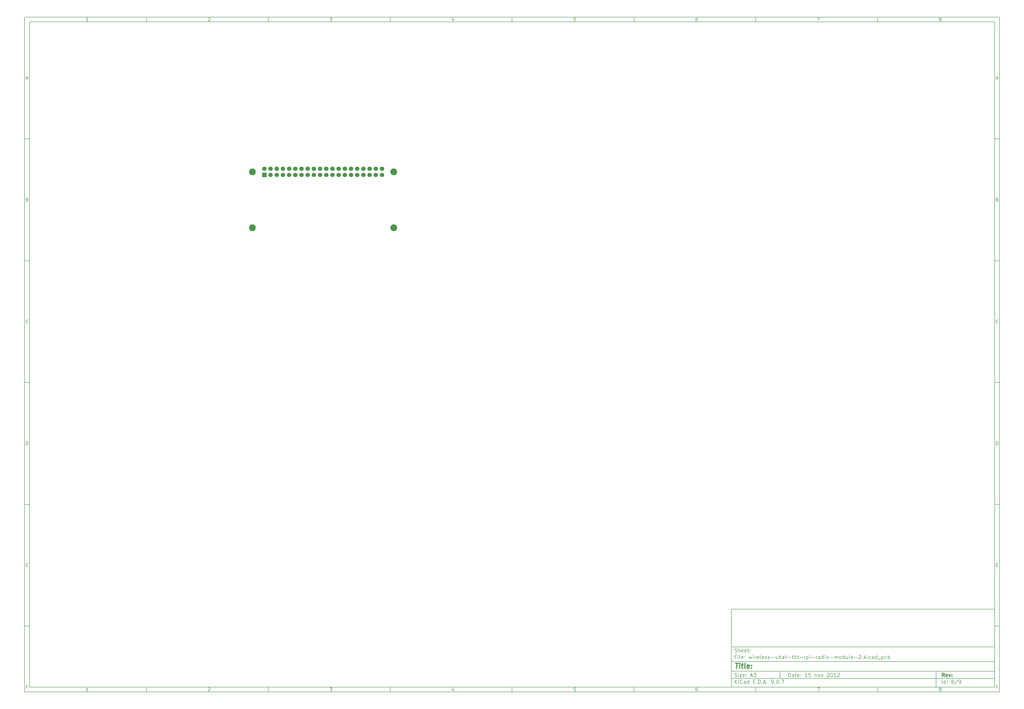
<source format=gbs>
G04 #@! TF.GenerationSoftware,KiCad,Pcbnew,9.0.7*
G04 #@! TF.CreationDate,2026-02-19T11:55:31-06:00*
G04 #@! TF.ProjectId,wireless-uhat-tht-rpi-radio-module-2,77697265-6c65-4737-932d-756861742d74,rev?*
G04 #@! TF.SameCoordinates,Original*
G04 #@! TF.FileFunction,Soldermask,Bot*
G04 #@! TF.FilePolarity,Negative*
%FSLAX46Y46*%
G04 Gerber Fmt 4.6, Leading zero omitted, Abs format (unit mm)*
G04 Created by KiCad (PCBNEW 9.0.7) date 2026-02-19 11:55:31*
%MOMM*%
%LPD*%
G01*
G04 APERTURE LIST*
G04 Aperture macros list*
%AMRoundRect*
0 Rectangle with rounded corners*
0 $1 Rounding radius*
0 $2 $3 $4 $5 $6 $7 $8 $9 X,Y pos of 4 corners*
0 Add a 4 corners polygon primitive as box body*
4,1,4,$2,$3,$4,$5,$6,$7,$8,$9,$2,$3,0*
0 Add four circle primitives for the rounded corners*
1,1,$1+$1,$2,$3*
1,1,$1+$1,$4,$5*
1,1,$1+$1,$6,$7*
1,1,$1+$1,$8,$9*
0 Add four rect primitives between the rounded corners*
20,1,$1+$1,$2,$3,$4,$5,0*
20,1,$1+$1,$4,$5,$6,$7,0*
20,1,$1+$1,$6,$7,$8,$9,0*
20,1,$1+$1,$8,$9,$2,$3,0*%
G04 Aperture macros list end*
%ADD10C,0.100000*%
%ADD11C,0.150000*%
%ADD12C,0.300000*%
%ADD13C,0.400000*%
%ADD14C,2.801600*%
%ADD15RoundRect,0.050800X-0.850000X0.850000X-0.850000X-0.850000X0.850000X-0.850000X0.850000X0.850000X0*%
%ADD16C,1.801600*%
G04 APERTURE END LIST*
D10*
D11*
X299989000Y-253002200D02*
X407989000Y-253002200D01*
X407989000Y-285002200D01*
X299989000Y-285002200D01*
X299989000Y-253002200D01*
D10*
D11*
X10000000Y-10000000D02*
X409989000Y-10000000D01*
X409989000Y-287002200D01*
X10000000Y-287002200D01*
X10000000Y-10000000D01*
D10*
D11*
X12000000Y-12000000D02*
X407989000Y-12000000D01*
X407989000Y-285002200D01*
X12000000Y-285002200D01*
X12000000Y-12000000D01*
D10*
D11*
X60000000Y-12000000D02*
X60000000Y-10000000D01*
D10*
D11*
X110000000Y-12000000D02*
X110000000Y-10000000D01*
D10*
D11*
X160000000Y-12000000D02*
X160000000Y-10000000D01*
D10*
D11*
X210000000Y-12000000D02*
X210000000Y-10000000D01*
D10*
D11*
X260000000Y-12000000D02*
X260000000Y-10000000D01*
D10*
D11*
X310000000Y-12000000D02*
X310000000Y-10000000D01*
D10*
D11*
X360000000Y-12000000D02*
X360000000Y-10000000D01*
D10*
D11*
X36089160Y-11593604D02*
X35346303Y-11593604D01*
X35717731Y-11593604D02*
X35717731Y-10293604D01*
X35717731Y-10293604D02*
X35593922Y-10479319D01*
X35593922Y-10479319D02*
X35470112Y-10603128D01*
X35470112Y-10603128D02*
X35346303Y-10665033D01*
D10*
D11*
X85346303Y-10417414D02*
X85408207Y-10355509D01*
X85408207Y-10355509D02*
X85532017Y-10293604D01*
X85532017Y-10293604D02*
X85841541Y-10293604D01*
X85841541Y-10293604D02*
X85965350Y-10355509D01*
X85965350Y-10355509D02*
X86027255Y-10417414D01*
X86027255Y-10417414D02*
X86089160Y-10541223D01*
X86089160Y-10541223D02*
X86089160Y-10665033D01*
X86089160Y-10665033D02*
X86027255Y-10850747D01*
X86027255Y-10850747D02*
X85284398Y-11593604D01*
X85284398Y-11593604D02*
X86089160Y-11593604D01*
D10*
D11*
X135284398Y-10293604D02*
X136089160Y-10293604D01*
X136089160Y-10293604D02*
X135655826Y-10788842D01*
X135655826Y-10788842D02*
X135841541Y-10788842D01*
X135841541Y-10788842D02*
X135965350Y-10850747D01*
X135965350Y-10850747D02*
X136027255Y-10912652D01*
X136027255Y-10912652D02*
X136089160Y-11036461D01*
X136089160Y-11036461D02*
X136089160Y-11345985D01*
X136089160Y-11345985D02*
X136027255Y-11469795D01*
X136027255Y-11469795D02*
X135965350Y-11531700D01*
X135965350Y-11531700D02*
X135841541Y-11593604D01*
X135841541Y-11593604D02*
X135470112Y-11593604D01*
X135470112Y-11593604D02*
X135346303Y-11531700D01*
X135346303Y-11531700D02*
X135284398Y-11469795D01*
D10*
D11*
X185965350Y-10726938D02*
X185965350Y-11593604D01*
X185655826Y-10231700D02*
X185346303Y-11160271D01*
X185346303Y-11160271D02*
X186151064Y-11160271D01*
D10*
D11*
X236027255Y-10293604D02*
X235408207Y-10293604D01*
X235408207Y-10293604D02*
X235346303Y-10912652D01*
X235346303Y-10912652D02*
X235408207Y-10850747D01*
X235408207Y-10850747D02*
X235532017Y-10788842D01*
X235532017Y-10788842D02*
X235841541Y-10788842D01*
X235841541Y-10788842D02*
X235965350Y-10850747D01*
X235965350Y-10850747D02*
X236027255Y-10912652D01*
X236027255Y-10912652D02*
X236089160Y-11036461D01*
X236089160Y-11036461D02*
X236089160Y-11345985D01*
X236089160Y-11345985D02*
X236027255Y-11469795D01*
X236027255Y-11469795D02*
X235965350Y-11531700D01*
X235965350Y-11531700D02*
X235841541Y-11593604D01*
X235841541Y-11593604D02*
X235532017Y-11593604D01*
X235532017Y-11593604D02*
X235408207Y-11531700D01*
X235408207Y-11531700D02*
X235346303Y-11469795D01*
D10*
D11*
X285965350Y-10293604D02*
X285717731Y-10293604D01*
X285717731Y-10293604D02*
X285593922Y-10355509D01*
X285593922Y-10355509D02*
X285532017Y-10417414D01*
X285532017Y-10417414D02*
X285408207Y-10603128D01*
X285408207Y-10603128D02*
X285346303Y-10850747D01*
X285346303Y-10850747D02*
X285346303Y-11345985D01*
X285346303Y-11345985D02*
X285408207Y-11469795D01*
X285408207Y-11469795D02*
X285470112Y-11531700D01*
X285470112Y-11531700D02*
X285593922Y-11593604D01*
X285593922Y-11593604D02*
X285841541Y-11593604D01*
X285841541Y-11593604D02*
X285965350Y-11531700D01*
X285965350Y-11531700D02*
X286027255Y-11469795D01*
X286027255Y-11469795D02*
X286089160Y-11345985D01*
X286089160Y-11345985D02*
X286089160Y-11036461D01*
X286089160Y-11036461D02*
X286027255Y-10912652D01*
X286027255Y-10912652D02*
X285965350Y-10850747D01*
X285965350Y-10850747D02*
X285841541Y-10788842D01*
X285841541Y-10788842D02*
X285593922Y-10788842D01*
X285593922Y-10788842D02*
X285470112Y-10850747D01*
X285470112Y-10850747D02*
X285408207Y-10912652D01*
X285408207Y-10912652D02*
X285346303Y-11036461D01*
D10*
D11*
X335284398Y-10293604D02*
X336151064Y-10293604D01*
X336151064Y-10293604D02*
X335593922Y-11593604D01*
D10*
D11*
X385593922Y-10850747D02*
X385470112Y-10788842D01*
X385470112Y-10788842D02*
X385408207Y-10726938D01*
X385408207Y-10726938D02*
X385346303Y-10603128D01*
X385346303Y-10603128D02*
X385346303Y-10541223D01*
X385346303Y-10541223D02*
X385408207Y-10417414D01*
X385408207Y-10417414D02*
X385470112Y-10355509D01*
X385470112Y-10355509D02*
X385593922Y-10293604D01*
X385593922Y-10293604D02*
X385841541Y-10293604D01*
X385841541Y-10293604D02*
X385965350Y-10355509D01*
X385965350Y-10355509D02*
X386027255Y-10417414D01*
X386027255Y-10417414D02*
X386089160Y-10541223D01*
X386089160Y-10541223D02*
X386089160Y-10603128D01*
X386089160Y-10603128D02*
X386027255Y-10726938D01*
X386027255Y-10726938D02*
X385965350Y-10788842D01*
X385965350Y-10788842D02*
X385841541Y-10850747D01*
X385841541Y-10850747D02*
X385593922Y-10850747D01*
X385593922Y-10850747D02*
X385470112Y-10912652D01*
X385470112Y-10912652D02*
X385408207Y-10974557D01*
X385408207Y-10974557D02*
X385346303Y-11098366D01*
X385346303Y-11098366D02*
X385346303Y-11345985D01*
X385346303Y-11345985D02*
X385408207Y-11469795D01*
X385408207Y-11469795D02*
X385470112Y-11531700D01*
X385470112Y-11531700D02*
X385593922Y-11593604D01*
X385593922Y-11593604D02*
X385841541Y-11593604D01*
X385841541Y-11593604D02*
X385965350Y-11531700D01*
X385965350Y-11531700D02*
X386027255Y-11469795D01*
X386027255Y-11469795D02*
X386089160Y-11345985D01*
X386089160Y-11345985D02*
X386089160Y-11098366D01*
X386089160Y-11098366D02*
X386027255Y-10974557D01*
X386027255Y-10974557D02*
X385965350Y-10912652D01*
X385965350Y-10912652D02*
X385841541Y-10850747D01*
D10*
D11*
X60000000Y-285002200D02*
X60000000Y-287002200D01*
D10*
D11*
X110000000Y-285002200D02*
X110000000Y-287002200D01*
D10*
D11*
X160000000Y-285002200D02*
X160000000Y-287002200D01*
D10*
D11*
X210000000Y-285002200D02*
X210000000Y-287002200D01*
D10*
D11*
X260000000Y-285002200D02*
X260000000Y-287002200D01*
D10*
D11*
X310000000Y-285002200D02*
X310000000Y-287002200D01*
D10*
D11*
X360000000Y-285002200D02*
X360000000Y-287002200D01*
D10*
D11*
X36089160Y-286595804D02*
X35346303Y-286595804D01*
X35717731Y-286595804D02*
X35717731Y-285295804D01*
X35717731Y-285295804D02*
X35593922Y-285481519D01*
X35593922Y-285481519D02*
X35470112Y-285605328D01*
X35470112Y-285605328D02*
X35346303Y-285667233D01*
D10*
D11*
X85346303Y-285419614D02*
X85408207Y-285357709D01*
X85408207Y-285357709D02*
X85532017Y-285295804D01*
X85532017Y-285295804D02*
X85841541Y-285295804D01*
X85841541Y-285295804D02*
X85965350Y-285357709D01*
X85965350Y-285357709D02*
X86027255Y-285419614D01*
X86027255Y-285419614D02*
X86089160Y-285543423D01*
X86089160Y-285543423D02*
X86089160Y-285667233D01*
X86089160Y-285667233D02*
X86027255Y-285852947D01*
X86027255Y-285852947D02*
X85284398Y-286595804D01*
X85284398Y-286595804D02*
X86089160Y-286595804D01*
D10*
D11*
X135284398Y-285295804D02*
X136089160Y-285295804D01*
X136089160Y-285295804D02*
X135655826Y-285791042D01*
X135655826Y-285791042D02*
X135841541Y-285791042D01*
X135841541Y-285791042D02*
X135965350Y-285852947D01*
X135965350Y-285852947D02*
X136027255Y-285914852D01*
X136027255Y-285914852D02*
X136089160Y-286038661D01*
X136089160Y-286038661D02*
X136089160Y-286348185D01*
X136089160Y-286348185D02*
X136027255Y-286471995D01*
X136027255Y-286471995D02*
X135965350Y-286533900D01*
X135965350Y-286533900D02*
X135841541Y-286595804D01*
X135841541Y-286595804D02*
X135470112Y-286595804D01*
X135470112Y-286595804D02*
X135346303Y-286533900D01*
X135346303Y-286533900D02*
X135284398Y-286471995D01*
D10*
D11*
X185965350Y-285729138D02*
X185965350Y-286595804D01*
X185655826Y-285233900D02*
X185346303Y-286162471D01*
X185346303Y-286162471D02*
X186151064Y-286162471D01*
D10*
D11*
X236027255Y-285295804D02*
X235408207Y-285295804D01*
X235408207Y-285295804D02*
X235346303Y-285914852D01*
X235346303Y-285914852D02*
X235408207Y-285852947D01*
X235408207Y-285852947D02*
X235532017Y-285791042D01*
X235532017Y-285791042D02*
X235841541Y-285791042D01*
X235841541Y-285791042D02*
X235965350Y-285852947D01*
X235965350Y-285852947D02*
X236027255Y-285914852D01*
X236027255Y-285914852D02*
X236089160Y-286038661D01*
X236089160Y-286038661D02*
X236089160Y-286348185D01*
X236089160Y-286348185D02*
X236027255Y-286471995D01*
X236027255Y-286471995D02*
X235965350Y-286533900D01*
X235965350Y-286533900D02*
X235841541Y-286595804D01*
X235841541Y-286595804D02*
X235532017Y-286595804D01*
X235532017Y-286595804D02*
X235408207Y-286533900D01*
X235408207Y-286533900D02*
X235346303Y-286471995D01*
D10*
D11*
X285965350Y-285295804D02*
X285717731Y-285295804D01*
X285717731Y-285295804D02*
X285593922Y-285357709D01*
X285593922Y-285357709D02*
X285532017Y-285419614D01*
X285532017Y-285419614D02*
X285408207Y-285605328D01*
X285408207Y-285605328D02*
X285346303Y-285852947D01*
X285346303Y-285852947D02*
X285346303Y-286348185D01*
X285346303Y-286348185D02*
X285408207Y-286471995D01*
X285408207Y-286471995D02*
X285470112Y-286533900D01*
X285470112Y-286533900D02*
X285593922Y-286595804D01*
X285593922Y-286595804D02*
X285841541Y-286595804D01*
X285841541Y-286595804D02*
X285965350Y-286533900D01*
X285965350Y-286533900D02*
X286027255Y-286471995D01*
X286027255Y-286471995D02*
X286089160Y-286348185D01*
X286089160Y-286348185D02*
X286089160Y-286038661D01*
X286089160Y-286038661D02*
X286027255Y-285914852D01*
X286027255Y-285914852D02*
X285965350Y-285852947D01*
X285965350Y-285852947D02*
X285841541Y-285791042D01*
X285841541Y-285791042D02*
X285593922Y-285791042D01*
X285593922Y-285791042D02*
X285470112Y-285852947D01*
X285470112Y-285852947D02*
X285408207Y-285914852D01*
X285408207Y-285914852D02*
X285346303Y-286038661D01*
D10*
D11*
X335284398Y-285295804D02*
X336151064Y-285295804D01*
X336151064Y-285295804D02*
X335593922Y-286595804D01*
D10*
D11*
X385593922Y-285852947D02*
X385470112Y-285791042D01*
X385470112Y-285791042D02*
X385408207Y-285729138D01*
X385408207Y-285729138D02*
X385346303Y-285605328D01*
X385346303Y-285605328D02*
X385346303Y-285543423D01*
X385346303Y-285543423D02*
X385408207Y-285419614D01*
X385408207Y-285419614D02*
X385470112Y-285357709D01*
X385470112Y-285357709D02*
X385593922Y-285295804D01*
X385593922Y-285295804D02*
X385841541Y-285295804D01*
X385841541Y-285295804D02*
X385965350Y-285357709D01*
X385965350Y-285357709D02*
X386027255Y-285419614D01*
X386027255Y-285419614D02*
X386089160Y-285543423D01*
X386089160Y-285543423D02*
X386089160Y-285605328D01*
X386089160Y-285605328D02*
X386027255Y-285729138D01*
X386027255Y-285729138D02*
X385965350Y-285791042D01*
X385965350Y-285791042D02*
X385841541Y-285852947D01*
X385841541Y-285852947D02*
X385593922Y-285852947D01*
X385593922Y-285852947D02*
X385470112Y-285914852D01*
X385470112Y-285914852D02*
X385408207Y-285976757D01*
X385408207Y-285976757D02*
X385346303Y-286100566D01*
X385346303Y-286100566D02*
X385346303Y-286348185D01*
X385346303Y-286348185D02*
X385408207Y-286471995D01*
X385408207Y-286471995D02*
X385470112Y-286533900D01*
X385470112Y-286533900D02*
X385593922Y-286595804D01*
X385593922Y-286595804D02*
X385841541Y-286595804D01*
X385841541Y-286595804D02*
X385965350Y-286533900D01*
X385965350Y-286533900D02*
X386027255Y-286471995D01*
X386027255Y-286471995D02*
X386089160Y-286348185D01*
X386089160Y-286348185D02*
X386089160Y-286100566D01*
X386089160Y-286100566D02*
X386027255Y-285976757D01*
X386027255Y-285976757D02*
X385965350Y-285914852D01*
X385965350Y-285914852D02*
X385841541Y-285852947D01*
D10*
D11*
X10000000Y-60000000D02*
X12000000Y-60000000D01*
D10*
D11*
X10000000Y-110000000D02*
X12000000Y-110000000D01*
D10*
D11*
X10000000Y-160000000D02*
X12000000Y-160000000D01*
D10*
D11*
X10000000Y-210000000D02*
X12000000Y-210000000D01*
D10*
D11*
X10000000Y-260000000D02*
X12000000Y-260000000D01*
D10*
D11*
X10690476Y-35222176D02*
X11309523Y-35222176D01*
X10566666Y-35593604D02*
X10999999Y-34293604D01*
X10999999Y-34293604D02*
X11433333Y-35593604D01*
D10*
D11*
X11092857Y-84912652D02*
X11278571Y-84974557D01*
X11278571Y-84974557D02*
X11340476Y-85036461D01*
X11340476Y-85036461D02*
X11402380Y-85160271D01*
X11402380Y-85160271D02*
X11402380Y-85345985D01*
X11402380Y-85345985D02*
X11340476Y-85469795D01*
X11340476Y-85469795D02*
X11278571Y-85531700D01*
X11278571Y-85531700D02*
X11154761Y-85593604D01*
X11154761Y-85593604D02*
X10659523Y-85593604D01*
X10659523Y-85593604D02*
X10659523Y-84293604D01*
X10659523Y-84293604D02*
X11092857Y-84293604D01*
X11092857Y-84293604D02*
X11216666Y-84355509D01*
X11216666Y-84355509D02*
X11278571Y-84417414D01*
X11278571Y-84417414D02*
X11340476Y-84541223D01*
X11340476Y-84541223D02*
X11340476Y-84665033D01*
X11340476Y-84665033D02*
X11278571Y-84788842D01*
X11278571Y-84788842D02*
X11216666Y-84850747D01*
X11216666Y-84850747D02*
X11092857Y-84912652D01*
X11092857Y-84912652D02*
X10659523Y-84912652D01*
D10*
D11*
X11402380Y-135469795D02*
X11340476Y-135531700D01*
X11340476Y-135531700D02*
X11154761Y-135593604D01*
X11154761Y-135593604D02*
X11030952Y-135593604D01*
X11030952Y-135593604D02*
X10845238Y-135531700D01*
X10845238Y-135531700D02*
X10721428Y-135407890D01*
X10721428Y-135407890D02*
X10659523Y-135284080D01*
X10659523Y-135284080D02*
X10597619Y-135036461D01*
X10597619Y-135036461D02*
X10597619Y-134850747D01*
X10597619Y-134850747D02*
X10659523Y-134603128D01*
X10659523Y-134603128D02*
X10721428Y-134479319D01*
X10721428Y-134479319D02*
X10845238Y-134355509D01*
X10845238Y-134355509D02*
X11030952Y-134293604D01*
X11030952Y-134293604D02*
X11154761Y-134293604D01*
X11154761Y-134293604D02*
X11340476Y-134355509D01*
X11340476Y-134355509D02*
X11402380Y-134417414D01*
D10*
D11*
X10659523Y-185593604D02*
X10659523Y-184293604D01*
X10659523Y-184293604D02*
X10969047Y-184293604D01*
X10969047Y-184293604D02*
X11154761Y-184355509D01*
X11154761Y-184355509D02*
X11278571Y-184479319D01*
X11278571Y-184479319D02*
X11340476Y-184603128D01*
X11340476Y-184603128D02*
X11402380Y-184850747D01*
X11402380Y-184850747D02*
X11402380Y-185036461D01*
X11402380Y-185036461D02*
X11340476Y-185284080D01*
X11340476Y-185284080D02*
X11278571Y-185407890D01*
X11278571Y-185407890D02*
X11154761Y-185531700D01*
X11154761Y-185531700D02*
X10969047Y-185593604D01*
X10969047Y-185593604D02*
X10659523Y-185593604D01*
D10*
D11*
X10721428Y-234912652D02*
X11154762Y-234912652D01*
X11340476Y-235593604D02*
X10721428Y-235593604D01*
X10721428Y-235593604D02*
X10721428Y-234293604D01*
X10721428Y-234293604D02*
X11340476Y-234293604D01*
D10*
D11*
X11185714Y-284912652D02*
X10752380Y-284912652D01*
X10752380Y-285593604D02*
X10752380Y-284293604D01*
X10752380Y-284293604D02*
X11371428Y-284293604D01*
D10*
D11*
X409989000Y-60000000D02*
X407989000Y-60000000D01*
D10*
D11*
X409989000Y-110000000D02*
X407989000Y-110000000D01*
D10*
D11*
X409989000Y-160000000D02*
X407989000Y-160000000D01*
D10*
D11*
X409989000Y-210000000D02*
X407989000Y-210000000D01*
D10*
D11*
X409989000Y-260000000D02*
X407989000Y-260000000D01*
D10*
D11*
X408679476Y-35222176D02*
X409298523Y-35222176D01*
X408555666Y-35593604D02*
X408988999Y-34293604D01*
X408988999Y-34293604D02*
X409422333Y-35593604D01*
D10*
D11*
X409081857Y-84912652D02*
X409267571Y-84974557D01*
X409267571Y-84974557D02*
X409329476Y-85036461D01*
X409329476Y-85036461D02*
X409391380Y-85160271D01*
X409391380Y-85160271D02*
X409391380Y-85345985D01*
X409391380Y-85345985D02*
X409329476Y-85469795D01*
X409329476Y-85469795D02*
X409267571Y-85531700D01*
X409267571Y-85531700D02*
X409143761Y-85593604D01*
X409143761Y-85593604D02*
X408648523Y-85593604D01*
X408648523Y-85593604D02*
X408648523Y-84293604D01*
X408648523Y-84293604D02*
X409081857Y-84293604D01*
X409081857Y-84293604D02*
X409205666Y-84355509D01*
X409205666Y-84355509D02*
X409267571Y-84417414D01*
X409267571Y-84417414D02*
X409329476Y-84541223D01*
X409329476Y-84541223D02*
X409329476Y-84665033D01*
X409329476Y-84665033D02*
X409267571Y-84788842D01*
X409267571Y-84788842D02*
X409205666Y-84850747D01*
X409205666Y-84850747D02*
X409081857Y-84912652D01*
X409081857Y-84912652D02*
X408648523Y-84912652D01*
D10*
D11*
X409391380Y-135469795D02*
X409329476Y-135531700D01*
X409329476Y-135531700D02*
X409143761Y-135593604D01*
X409143761Y-135593604D02*
X409019952Y-135593604D01*
X409019952Y-135593604D02*
X408834238Y-135531700D01*
X408834238Y-135531700D02*
X408710428Y-135407890D01*
X408710428Y-135407890D02*
X408648523Y-135284080D01*
X408648523Y-135284080D02*
X408586619Y-135036461D01*
X408586619Y-135036461D02*
X408586619Y-134850747D01*
X408586619Y-134850747D02*
X408648523Y-134603128D01*
X408648523Y-134603128D02*
X408710428Y-134479319D01*
X408710428Y-134479319D02*
X408834238Y-134355509D01*
X408834238Y-134355509D02*
X409019952Y-134293604D01*
X409019952Y-134293604D02*
X409143761Y-134293604D01*
X409143761Y-134293604D02*
X409329476Y-134355509D01*
X409329476Y-134355509D02*
X409391380Y-134417414D01*
D10*
D11*
X408648523Y-185593604D02*
X408648523Y-184293604D01*
X408648523Y-184293604D02*
X408958047Y-184293604D01*
X408958047Y-184293604D02*
X409143761Y-184355509D01*
X409143761Y-184355509D02*
X409267571Y-184479319D01*
X409267571Y-184479319D02*
X409329476Y-184603128D01*
X409329476Y-184603128D02*
X409391380Y-184850747D01*
X409391380Y-184850747D02*
X409391380Y-185036461D01*
X409391380Y-185036461D02*
X409329476Y-185284080D01*
X409329476Y-185284080D02*
X409267571Y-185407890D01*
X409267571Y-185407890D02*
X409143761Y-185531700D01*
X409143761Y-185531700D02*
X408958047Y-185593604D01*
X408958047Y-185593604D02*
X408648523Y-185593604D01*
D10*
D11*
X408710428Y-234912652D02*
X409143762Y-234912652D01*
X409329476Y-235593604D02*
X408710428Y-235593604D01*
X408710428Y-235593604D02*
X408710428Y-234293604D01*
X408710428Y-234293604D02*
X409329476Y-234293604D01*
D10*
D11*
X409174714Y-284912652D02*
X408741380Y-284912652D01*
X408741380Y-285593604D02*
X408741380Y-284293604D01*
X408741380Y-284293604D02*
X409360428Y-284293604D01*
D10*
D11*
X323444826Y-280788328D02*
X323444826Y-279288328D01*
X323444826Y-279288328D02*
X323801969Y-279288328D01*
X323801969Y-279288328D02*
X324016255Y-279359757D01*
X324016255Y-279359757D02*
X324159112Y-279502614D01*
X324159112Y-279502614D02*
X324230541Y-279645471D01*
X324230541Y-279645471D02*
X324301969Y-279931185D01*
X324301969Y-279931185D02*
X324301969Y-280145471D01*
X324301969Y-280145471D02*
X324230541Y-280431185D01*
X324230541Y-280431185D02*
X324159112Y-280574042D01*
X324159112Y-280574042D02*
X324016255Y-280716900D01*
X324016255Y-280716900D02*
X323801969Y-280788328D01*
X323801969Y-280788328D02*
X323444826Y-280788328D01*
X325587684Y-280788328D02*
X325587684Y-280002614D01*
X325587684Y-280002614D02*
X325516255Y-279859757D01*
X325516255Y-279859757D02*
X325373398Y-279788328D01*
X325373398Y-279788328D02*
X325087684Y-279788328D01*
X325087684Y-279788328D02*
X324944826Y-279859757D01*
X325587684Y-280716900D02*
X325444826Y-280788328D01*
X325444826Y-280788328D02*
X325087684Y-280788328D01*
X325087684Y-280788328D02*
X324944826Y-280716900D01*
X324944826Y-280716900D02*
X324873398Y-280574042D01*
X324873398Y-280574042D02*
X324873398Y-280431185D01*
X324873398Y-280431185D02*
X324944826Y-280288328D01*
X324944826Y-280288328D02*
X325087684Y-280216900D01*
X325087684Y-280216900D02*
X325444826Y-280216900D01*
X325444826Y-280216900D02*
X325587684Y-280145471D01*
X326087684Y-279788328D02*
X326659112Y-279788328D01*
X326301969Y-279288328D02*
X326301969Y-280574042D01*
X326301969Y-280574042D02*
X326373398Y-280716900D01*
X326373398Y-280716900D02*
X326516255Y-280788328D01*
X326516255Y-280788328D02*
X326659112Y-280788328D01*
X327730541Y-280716900D02*
X327587684Y-280788328D01*
X327587684Y-280788328D02*
X327301970Y-280788328D01*
X327301970Y-280788328D02*
X327159112Y-280716900D01*
X327159112Y-280716900D02*
X327087684Y-280574042D01*
X327087684Y-280574042D02*
X327087684Y-280002614D01*
X327087684Y-280002614D02*
X327159112Y-279859757D01*
X327159112Y-279859757D02*
X327301970Y-279788328D01*
X327301970Y-279788328D02*
X327587684Y-279788328D01*
X327587684Y-279788328D02*
X327730541Y-279859757D01*
X327730541Y-279859757D02*
X327801970Y-280002614D01*
X327801970Y-280002614D02*
X327801970Y-280145471D01*
X327801970Y-280145471D02*
X327087684Y-280288328D01*
X328444826Y-280645471D02*
X328516255Y-280716900D01*
X328516255Y-280716900D02*
X328444826Y-280788328D01*
X328444826Y-280788328D02*
X328373398Y-280716900D01*
X328373398Y-280716900D02*
X328444826Y-280645471D01*
X328444826Y-280645471D02*
X328444826Y-280788328D01*
X328444826Y-279859757D02*
X328516255Y-279931185D01*
X328516255Y-279931185D02*
X328444826Y-280002614D01*
X328444826Y-280002614D02*
X328373398Y-279931185D01*
X328373398Y-279931185D02*
X328444826Y-279859757D01*
X328444826Y-279859757D02*
X328444826Y-280002614D01*
X331087684Y-280788328D02*
X330230541Y-280788328D01*
X330659112Y-280788328D02*
X330659112Y-279288328D01*
X330659112Y-279288328D02*
X330516255Y-279502614D01*
X330516255Y-279502614D02*
X330373398Y-279645471D01*
X330373398Y-279645471D02*
X330230541Y-279716900D01*
X332444826Y-279288328D02*
X331730540Y-279288328D01*
X331730540Y-279288328D02*
X331659112Y-280002614D01*
X331659112Y-280002614D02*
X331730540Y-279931185D01*
X331730540Y-279931185D02*
X331873398Y-279859757D01*
X331873398Y-279859757D02*
X332230540Y-279859757D01*
X332230540Y-279859757D02*
X332373398Y-279931185D01*
X332373398Y-279931185D02*
X332444826Y-280002614D01*
X332444826Y-280002614D02*
X332516255Y-280145471D01*
X332516255Y-280145471D02*
X332516255Y-280502614D01*
X332516255Y-280502614D02*
X332444826Y-280645471D01*
X332444826Y-280645471D02*
X332373398Y-280716900D01*
X332373398Y-280716900D02*
X332230540Y-280788328D01*
X332230540Y-280788328D02*
X331873398Y-280788328D01*
X331873398Y-280788328D02*
X331730540Y-280716900D01*
X331730540Y-280716900D02*
X331659112Y-280645471D01*
X334301968Y-279788328D02*
X334301968Y-280788328D01*
X334301968Y-279931185D02*
X334373397Y-279859757D01*
X334373397Y-279859757D02*
X334516254Y-279788328D01*
X334516254Y-279788328D02*
X334730540Y-279788328D01*
X334730540Y-279788328D02*
X334873397Y-279859757D01*
X334873397Y-279859757D02*
X334944826Y-280002614D01*
X334944826Y-280002614D02*
X334944826Y-280788328D01*
X335873397Y-280788328D02*
X335730540Y-280716900D01*
X335730540Y-280716900D02*
X335659111Y-280645471D01*
X335659111Y-280645471D02*
X335587683Y-280502614D01*
X335587683Y-280502614D02*
X335587683Y-280074042D01*
X335587683Y-280074042D02*
X335659111Y-279931185D01*
X335659111Y-279931185D02*
X335730540Y-279859757D01*
X335730540Y-279859757D02*
X335873397Y-279788328D01*
X335873397Y-279788328D02*
X336087683Y-279788328D01*
X336087683Y-279788328D02*
X336230540Y-279859757D01*
X336230540Y-279859757D02*
X336301969Y-279931185D01*
X336301969Y-279931185D02*
X336373397Y-280074042D01*
X336373397Y-280074042D02*
X336373397Y-280502614D01*
X336373397Y-280502614D02*
X336301969Y-280645471D01*
X336301969Y-280645471D02*
X336230540Y-280716900D01*
X336230540Y-280716900D02*
X336087683Y-280788328D01*
X336087683Y-280788328D02*
X335873397Y-280788328D01*
X336873397Y-279788328D02*
X337230540Y-280788328D01*
X337230540Y-280788328D02*
X337587683Y-279788328D01*
X339230540Y-279431185D02*
X339301968Y-279359757D01*
X339301968Y-279359757D02*
X339444826Y-279288328D01*
X339444826Y-279288328D02*
X339801968Y-279288328D01*
X339801968Y-279288328D02*
X339944826Y-279359757D01*
X339944826Y-279359757D02*
X340016254Y-279431185D01*
X340016254Y-279431185D02*
X340087683Y-279574042D01*
X340087683Y-279574042D02*
X340087683Y-279716900D01*
X340087683Y-279716900D02*
X340016254Y-279931185D01*
X340016254Y-279931185D02*
X339159111Y-280788328D01*
X339159111Y-280788328D02*
X340087683Y-280788328D01*
X341016254Y-279288328D02*
X341159111Y-279288328D01*
X341159111Y-279288328D02*
X341301968Y-279359757D01*
X341301968Y-279359757D02*
X341373397Y-279431185D01*
X341373397Y-279431185D02*
X341444825Y-279574042D01*
X341444825Y-279574042D02*
X341516254Y-279859757D01*
X341516254Y-279859757D02*
X341516254Y-280216900D01*
X341516254Y-280216900D02*
X341444825Y-280502614D01*
X341444825Y-280502614D02*
X341373397Y-280645471D01*
X341373397Y-280645471D02*
X341301968Y-280716900D01*
X341301968Y-280716900D02*
X341159111Y-280788328D01*
X341159111Y-280788328D02*
X341016254Y-280788328D01*
X341016254Y-280788328D02*
X340873397Y-280716900D01*
X340873397Y-280716900D02*
X340801968Y-280645471D01*
X340801968Y-280645471D02*
X340730539Y-280502614D01*
X340730539Y-280502614D02*
X340659111Y-280216900D01*
X340659111Y-280216900D02*
X340659111Y-279859757D01*
X340659111Y-279859757D02*
X340730539Y-279574042D01*
X340730539Y-279574042D02*
X340801968Y-279431185D01*
X340801968Y-279431185D02*
X340873397Y-279359757D01*
X340873397Y-279359757D02*
X341016254Y-279288328D01*
X342944825Y-280788328D02*
X342087682Y-280788328D01*
X342516253Y-280788328D02*
X342516253Y-279288328D01*
X342516253Y-279288328D02*
X342373396Y-279502614D01*
X342373396Y-279502614D02*
X342230539Y-279645471D01*
X342230539Y-279645471D02*
X342087682Y-279716900D01*
X343516253Y-279431185D02*
X343587681Y-279359757D01*
X343587681Y-279359757D02*
X343730539Y-279288328D01*
X343730539Y-279288328D02*
X344087681Y-279288328D01*
X344087681Y-279288328D02*
X344230539Y-279359757D01*
X344230539Y-279359757D02*
X344301967Y-279431185D01*
X344301967Y-279431185D02*
X344373396Y-279574042D01*
X344373396Y-279574042D02*
X344373396Y-279716900D01*
X344373396Y-279716900D02*
X344301967Y-279931185D01*
X344301967Y-279931185D02*
X343444824Y-280788328D01*
X343444824Y-280788328D02*
X344373396Y-280788328D01*
D10*
D11*
X299989000Y-281502200D02*
X407989000Y-281502200D01*
D10*
D11*
X301444826Y-283588328D02*
X301444826Y-282088328D01*
X302301969Y-283588328D02*
X301659112Y-282731185D01*
X302301969Y-282088328D02*
X301444826Y-282945471D01*
X302944826Y-283588328D02*
X302944826Y-282588328D01*
X302944826Y-282088328D02*
X302873398Y-282159757D01*
X302873398Y-282159757D02*
X302944826Y-282231185D01*
X302944826Y-282231185D02*
X303016255Y-282159757D01*
X303016255Y-282159757D02*
X302944826Y-282088328D01*
X302944826Y-282088328D02*
X302944826Y-282231185D01*
X304516255Y-283445471D02*
X304444827Y-283516900D01*
X304444827Y-283516900D02*
X304230541Y-283588328D01*
X304230541Y-283588328D02*
X304087684Y-283588328D01*
X304087684Y-283588328D02*
X303873398Y-283516900D01*
X303873398Y-283516900D02*
X303730541Y-283374042D01*
X303730541Y-283374042D02*
X303659112Y-283231185D01*
X303659112Y-283231185D02*
X303587684Y-282945471D01*
X303587684Y-282945471D02*
X303587684Y-282731185D01*
X303587684Y-282731185D02*
X303659112Y-282445471D01*
X303659112Y-282445471D02*
X303730541Y-282302614D01*
X303730541Y-282302614D02*
X303873398Y-282159757D01*
X303873398Y-282159757D02*
X304087684Y-282088328D01*
X304087684Y-282088328D02*
X304230541Y-282088328D01*
X304230541Y-282088328D02*
X304444827Y-282159757D01*
X304444827Y-282159757D02*
X304516255Y-282231185D01*
X305801970Y-283588328D02*
X305801970Y-282802614D01*
X305801970Y-282802614D02*
X305730541Y-282659757D01*
X305730541Y-282659757D02*
X305587684Y-282588328D01*
X305587684Y-282588328D02*
X305301970Y-282588328D01*
X305301970Y-282588328D02*
X305159112Y-282659757D01*
X305801970Y-283516900D02*
X305659112Y-283588328D01*
X305659112Y-283588328D02*
X305301970Y-283588328D01*
X305301970Y-283588328D02*
X305159112Y-283516900D01*
X305159112Y-283516900D02*
X305087684Y-283374042D01*
X305087684Y-283374042D02*
X305087684Y-283231185D01*
X305087684Y-283231185D02*
X305159112Y-283088328D01*
X305159112Y-283088328D02*
X305301970Y-283016900D01*
X305301970Y-283016900D02*
X305659112Y-283016900D01*
X305659112Y-283016900D02*
X305801970Y-282945471D01*
X307159113Y-283588328D02*
X307159113Y-282088328D01*
X307159113Y-283516900D02*
X307016255Y-283588328D01*
X307016255Y-283588328D02*
X306730541Y-283588328D01*
X306730541Y-283588328D02*
X306587684Y-283516900D01*
X306587684Y-283516900D02*
X306516255Y-283445471D01*
X306516255Y-283445471D02*
X306444827Y-283302614D01*
X306444827Y-283302614D02*
X306444827Y-282874042D01*
X306444827Y-282874042D02*
X306516255Y-282731185D01*
X306516255Y-282731185D02*
X306587684Y-282659757D01*
X306587684Y-282659757D02*
X306730541Y-282588328D01*
X306730541Y-282588328D02*
X307016255Y-282588328D01*
X307016255Y-282588328D02*
X307159113Y-282659757D01*
X309016255Y-282802614D02*
X309516255Y-282802614D01*
X309730541Y-283588328D02*
X309016255Y-283588328D01*
X309016255Y-283588328D02*
X309016255Y-282088328D01*
X309016255Y-282088328D02*
X309730541Y-282088328D01*
X310373398Y-283445471D02*
X310444827Y-283516900D01*
X310444827Y-283516900D02*
X310373398Y-283588328D01*
X310373398Y-283588328D02*
X310301970Y-283516900D01*
X310301970Y-283516900D02*
X310373398Y-283445471D01*
X310373398Y-283445471D02*
X310373398Y-283588328D01*
X311087684Y-283588328D02*
X311087684Y-282088328D01*
X311087684Y-282088328D02*
X311444827Y-282088328D01*
X311444827Y-282088328D02*
X311659113Y-282159757D01*
X311659113Y-282159757D02*
X311801970Y-282302614D01*
X311801970Y-282302614D02*
X311873399Y-282445471D01*
X311873399Y-282445471D02*
X311944827Y-282731185D01*
X311944827Y-282731185D02*
X311944827Y-282945471D01*
X311944827Y-282945471D02*
X311873399Y-283231185D01*
X311873399Y-283231185D02*
X311801970Y-283374042D01*
X311801970Y-283374042D02*
X311659113Y-283516900D01*
X311659113Y-283516900D02*
X311444827Y-283588328D01*
X311444827Y-283588328D02*
X311087684Y-283588328D01*
X312587684Y-283445471D02*
X312659113Y-283516900D01*
X312659113Y-283516900D02*
X312587684Y-283588328D01*
X312587684Y-283588328D02*
X312516256Y-283516900D01*
X312516256Y-283516900D02*
X312587684Y-283445471D01*
X312587684Y-283445471D02*
X312587684Y-283588328D01*
X313230542Y-283159757D02*
X313944828Y-283159757D01*
X313087685Y-283588328D02*
X313587685Y-282088328D01*
X313587685Y-282088328D02*
X314087685Y-283588328D01*
X314587684Y-283445471D02*
X314659113Y-283516900D01*
X314659113Y-283516900D02*
X314587684Y-283588328D01*
X314587684Y-283588328D02*
X314516256Y-283516900D01*
X314516256Y-283516900D02*
X314587684Y-283445471D01*
X314587684Y-283445471D02*
X314587684Y-283588328D01*
X316516256Y-283588328D02*
X316801970Y-283588328D01*
X316801970Y-283588328D02*
X316944827Y-283516900D01*
X316944827Y-283516900D02*
X317016256Y-283445471D01*
X317016256Y-283445471D02*
X317159113Y-283231185D01*
X317159113Y-283231185D02*
X317230542Y-282945471D01*
X317230542Y-282945471D02*
X317230542Y-282374042D01*
X317230542Y-282374042D02*
X317159113Y-282231185D01*
X317159113Y-282231185D02*
X317087685Y-282159757D01*
X317087685Y-282159757D02*
X316944827Y-282088328D01*
X316944827Y-282088328D02*
X316659113Y-282088328D01*
X316659113Y-282088328D02*
X316516256Y-282159757D01*
X316516256Y-282159757D02*
X316444827Y-282231185D01*
X316444827Y-282231185D02*
X316373399Y-282374042D01*
X316373399Y-282374042D02*
X316373399Y-282731185D01*
X316373399Y-282731185D02*
X316444827Y-282874042D01*
X316444827Y-282874042D02*
X316516256Y-282945471D01*
X316516256Y-282945471D02*
X316659113Y-283016900D01*
X316659113Y-283016900D02*
X316944827Y-283016900D01*
X316944827Y-283016900D02*
X317087685Y-282945471D01*
X317087685Y-282945471D02*
X317159113Y-282874042D01*
X317159113Y-282874042D02*
X317230542Y-282731185D01*
X317873398Y-283445471D02*
X317944827Y-283516900D01*
X317944827Y-283516900D02*
X317873398Y-283588328D01*
X317873398Y-283588328D02*
X317801970Y-283516900D01*
X317801970Y-283516900D02*
X317873398Y-283445471D01*
X317873398Y-283445471D02*
X317873398Y-283588328D01*
X318873399Y-282088328D02*
X319016256Y-282088328D01*
X319016256Y-282088328D02*
X319159113Y-282159757D01*
X319159113Y-282159757D02*
X319230542Y-282231185D01*
X319230542Y-282231185D02*
X319301970Y-282374042D01*
X319301970Y-282374042D02*
X319373399Y-282659757D01*
X319373399Y-282659757D02*
X319373399Y-283016900D01*
X319373399Y-283016900D02*
X319301970Y-283302614D01*
X319301970Y-283302614D02*
X319230542Y-283445471D01*
X319230542Y-283445471D02*
X319159113Y-283516900D01*
X319159113Y-283516900D02*
X319016256Y-283588328D01*
X319016256Y-283588328D02*
X318873399Y-283588328D01*
X318873399Y-283588328D02*
X318730542Y-283516900D01*
X318730542Y-283516900D02*
X318659113Y-283445471D01*
X318659113Y-283445471D02*
X318587684Y-283302614D01*
X318587684Y-283302614D02*
X318516256Y-283016900D01*
X318516256Y-283016900D02*
X318516256Y-282659757D01*
X318516256Y-282659757D02*
X318587684Y-282374042D01*
X318587684Y-282374042D02*
X318659113Y-282231185D01*
X318659113Y-282231185D02*
X318730542Y-282159757D01*
X318730542Y-282159757D02*
X318873399Y-282088328D01*
X320016255Y-283445471D02*
X320087684Y-283516900D01*
X320087684Y-283516900D02*
X320016255Y-283588328D01*
X320016255Y-283588328D02*
X319944827Y-283516900D01*
X319944827Y-283516900D02*
X320016255Y-283445471D01*
X320016255Y-283445471D02*
X320016255Y-283588328D01*
X320587684Y-282088328D02*
X321587684Y-282088328D01*
X321587684Y-282088328D02*
X320944827Y-283588328D01*
D10*
D11*
X299989000Y-278502200D02*
X407989000Y-278502200D01*
D10*
D12*
X387400653Y-280780528D02*
X386900653Y-280066242D01*
X386543510Y-280780528D02*
X386543510Y-279280528D01*
X386543510Y-279280528D02*
X387114939Y-279280528D01*
X387114939Y-279280528D02*
X387257796Y-279351957D01*
X387257796Y-279351957D02*
X387329225Y-279423385D01*
X387329225Y-279423385D02*
X387400653Y-279566242D01*
X387400653Y-279566242D02*
X387400653Y-279780528D01*
X387400653Y-279780528D02*
X387329225Y-279923385D01*
X387329225Y-279923385D02*
X387257796Y-279994814D01*
X387257796Y-279994814D02*
X387114939Y-280066242D01*
X387114939Y-280066242D02*
X386543510Y-280066242D01*
X388614939Y-280709100D02*
X388472082Y-280780528D01*
X388472082Y-280780528D02*
X388186368Y-280780528D01*
X388186368Y-280780528D02*
X388043510Y-280709100D01*
X388043510Y-280709100D02*
X387972082Y-280566242D01*
X387972082Y-280566242D02*
X387972082Y-279994814D01*
X387972082Y-279994814D02*
X388043510Y-279851957D01*
X388043510Y-279851957D02*
X388186368Y-279780528D01*
X388186368Y-279780528D02*
X388472082Y-279780528D01*
X388472082Y-279780528D02*
X388614939Y-279851957D01*
X388614939Y-279851957D02*
X388686368Y-279994814D01*
X388686368Y-279994814D02*
X388686368Y-280137671D01*
X388686368Y-280137671D02*
X387972082Y-280280528D01*
X389186367Y-279780528D02*
X389543510Y-280780528D01*
X389543510Y-280780528D02*
X389900653Y-279780528D01*
X390472081Y-280637671D02*
X390543510Y-280709100D01*
X390543510Y-280709100D02*
X390472081Y-280780528D01*
X390472081Y-280780528D02*
X390400653Y-280709100D01*
X390400653Y-280709100D02*
X390472081Y-280637671D01*
X390472081Y-280637671D02*
X390472081Y-280780528D01*
X390472081Y-279851957D02*
X390543510Y-279923385D01*
X390543510Y-279923385D02*
X390472081Y-279994814D01*
X390472081Y-279994814D02*
X390400653Y-279923385D01*
X390400653Y-279923385D02*
X390472081Y-279851957D01*
X390472081Y-279851957D02*
X390472081Y-279994814D01*
D10*
D11*
X301373398Y-280716900D02*
X301587684Y-280788328D01*
X301587684Y-280788328D02*
X301944826Y-280788328D01*
X301944826Y-280788328D02*
X302087684Y-280716900D01*
X302087684Y-280716900D02*
X302159112Y-280645471D01*
X302159112Y-280645471D02*
X302230541Y-280502614D01*
X302230541Y-280502614D02*
X302230541Y-280359757D01*
X302230541Y-280359757D02*
X302159112Y-280216900D01*
X302159112Y-280216900D02*
X302087684Y-280145471D01*
X302087684Y-280145471D02*
X301944826Y-280074042D01*
X301944826Y-280074042D02*
X301659112Y-280002614D01*
X301659112Y-280002614D02*
X301516255Y-279931185D01*
X301516255Y-279931185D02*
X301444826Y-279859757D01*
X301444826Y-279859757D02*
X301373398Y-279716900D01*
X301373398Y-279716900D02*
X301373398Y-279574042D01*
X301373398Y-279574042D02*
X301444826Y-279431185D01*
X301444826Y-279431185D02*
X301516255Y-279359757D01*
X301516255Y-279359757D02*
X301659112Y-279288328D01*
X301659112Y-279288328D02*
X302016255Y-279288328D01*
X302016255Y-279288328D02*
X302230541Y-279359757D01*
X302873397Y-280788328D02*
X302873397Y-279788328D01*
X302873397Y-279288328D02*
X302801969Y-279359757D01*
X302801969Y-279359757D02*
X302873397Y-279431185D01*
X302873397Y-279431185D02*
X302944826Y-279359757D01*
X302944826Y-279359757D02*
X302873397Y-279288328D01*
X302873397Y-279288328D02*
X302873397Y-279431185D01*
X303444826Y-279788328D02*
X304230541Y-279788328D01*
X304230541Y-279788328D02*
X303444826Y-280788328D01*
X303444826Y-280788328D02*
X304230541Y-280788328D01*
X305373398Y-280716900D02*
X305230541Y-280788328D01*
X305230541Y-280788328D02*
X304944827Y-280788328D01*
X304944827Y-280788328D02*
X304801969Y-280716900D01*
X304801969Y-280716900D02*
X304730541Y-280574042D01*
X304730541Y-280574042D02*
X304730541Y-280002614D01*
X304730541Y-280002614D02*
X304801969Y-279859757D01*
X304801969Y-279859757D02*
X304944827Y-279788328D01*
X304944827Y-279788328D02*
X305230541Y-279788328D01*
X305230541Y-279788328D02*
X305373398Y-279859757D01*
X305373398Y-279859757D02*
X305444827Y-280002614D01*
X305444827Y-280002614D02*
X305444827Y-280145471D01*
X305444827Y-280145471D02*
X304730541Y-280288328D01*
X306087683Y-280645471D02*
X306159112Y-280716900D01*
X306159112Y-280716900D02*
X306087683Y-280788328D01*
X306087683Y-280788328D02*
X306016255Y-280716900D01*
X306016255Y-280716900D02*
X306087683Y-280645471D01*
X306087683Y-280645471D02*
X306087683Y-280788328D01*
X306087683Y-279859757D02*
X306159112Y-279931185D01*
X306159112Y-279931185D02*
X306087683Y-280002614D01*
X306087683Y-280002614D02*
X306016255Y-279931185D01*
X306016255Y-279931185D02*
X306087683Y-279859757D01*
X306087683Y-279859757D02*
X306087683Y-280002614D01*
X307873398Y-280359757D02*
X308587684Y-280359757D01*
X307730541Y-280788328D02*
X308230541Y-279288328D01*
X308230541Y-279288328D02*
X308730541Y-280788328D01*
X309087683Y-279288328D02*
X310016255Y-279288328D01*
X310016255Y-279288328D02*
X309516255Y-279859757D01*
X309516255Y-279859757D02*
X309730540Y-279859757D01*
X309730540Y-279859757D02*
X309873398Y-279931185D01*
X309873398Y-279931185D02*
X309944826Y-280002614D01*
X309944826Y-280002614D02*
X310016255Y-280145471D01*
X310016255Y-280145471D02*
X310016255Y-280502614D01*
X310016255Y-280502614D02*
X309944826Y-280645471D01*
X309944826Y-280645471D02*
X309873398Y-280716900D01*
X309873398Y-280716900D02*
X309730540Y-280788328D01*
X309730540Y-280788328D02*
X309301969Y-280788328D01*
X309301969Y-280788328D02*
X309159112Y-280716900D01*
X309159112Y-280716900D02*
X309087683Y-280645471D01*
D10*
D11*
X386444826Y-283588328D02*
X386444826Y-282088328D01*
X387801970Y-283588328D02*
X387801970Y-282088328D01*
X387801970Y-283516900D02*
X387659112Y-283588328D01*
X387659112Y-283588328D02*
X387373398Y-283588328D01*
X387373398Y-283588328D02*
X387230541Y-283516900D01*
X387230541Y-283516900D02*
X387159112Y-283445471D01*
X387159112Y-283445471D02*
X387087684Y-283302614D01*
X387087684Y-283302614D02*
X387087684Y-282874042D01*
X387087684Y-282874042D02*
X387159112Y-282731185D01*
X387159112Y-282731185D02*
X387230541Y-282659757D01*
X387230541Y-282659757D02*
X387373398Y-282588328D01*
X387373398Y-282588328D02*
X387659112Y-282588328D01*
X387659112Y-282588328D02*
X387801970Y-282659757D01*
X388516255Y-283445471D02*
X388587684Y-283516900D01*
X388587684Y-283516900D02*
X388516255Y-283588328D01*
X388516255Y-283588328D02*
X388444827Y-283516900D01*
X388444827Y-283516900D02*
X388516255Y-283445471D01*
X388516255Y-283445471D02*
X388516255Y-283588328D01*
X388516255Y-282659757D02*
X388587684Y-282731185D01*
X388587684Y-282731185D02*
X388516255Y-282802614D01*
X388516255Y-282802614D02*
X388444827Y-282731185D01*
X388444827Y-282731185D02*
X388516255Y-282659757D01*
X388516255Y-282659757D02*
X388516255Y-282802614D01*
X390587684Y-282731185D02*
X390444827Y-282659757D01*
X390444827Y-282659757D02*
X390373398Y-282588328D01*
X390373398Y-282588328D02*
X390301970Y-282445471D01*
X390301970Y-282445471D02*
X390301970Y-282374042D01*
X390301970Y-282374042D02*
X390373398Y-282231185D01*
X390373398Y-282231185D02*
X390444827Y-282159757D01*
X390444827Y-282159757D02*
X390587684Y-282088328D01*
X390587684Y-282088328D02*
X390873398Y-282088328D01*
X390873398Y-282088328D02*
X391016256Y-282159757D01*
X391016256Y-282159757D02*
X391087684Y-282231185D01*
X391087684Y-282231185D02*
X391159113Y-282374042D01*
X391159113Y-282374042D02*
X391159113Y-282445471D01*
X391159113Y-282445471D02*
X391087684Y-282588328D01*
X391087684Y-282588328D02*
X391016256Y-282659757D01*
X391016256Y-282659757D02*
X390873398Y-282731185D01*
X390873398Y-282731185D02*
X390587684Y-282731185D01*
X390587684Y-282731185D02*
X390444827Y-282802614D01*
X390444827Y-282802614D02*
X390373398Y-282874042D01*
X390373398Y-282874042D02*
X390301970Y-283016900D01*
X390301970Y-283016900D02*
X390301970Y-283302614D01*
X390301970Y-283302614D02*
X390373398Y-283445471D01*
X390373398Y-283445471D02*
X390444827Y-283516900D01*
X390444827Y-283516900D02*
X390587684Y-283588328D01*
X390587684Y-283588328D02*
X390873398Y-283588328D01*
X390873398Y-283588328D02*
X391016256Y-283516900D01*
X391016256Y-283516900D02*
X391087684Y-283445471D01*
X391087684Y-283445471D02*
X391159113Y-283302614D01*
X391159113Y-283302614D02*
X391159113Y-283016900D01*
X391159113Y-283016900D02*
X391087684Y-282874042D01*
X391087684Y-282874042D02*
X391016256Y-282802614D01*
X391016256Y-282802614D02*
X390873398Y-282731185D01*
X392873398Y-282016900D02*
X391587684Y-283945471D01*
X393444827Y-283588328D02*
X393730541Y-283588328D01*
X393730541Y-283588328D02*
X393873398Y-283516900D01*
X393873398Y-283516900D02*
X393944827Y-283445471D01*
X393944827Y-283445471D02*
X394087684Y-283231185D01*
X394087684Y-283231185D02*
X394159113Y-282945471D01*
X394159113Y-282945471D02*
X394159113Y-282374042D01*
X394159113Y-282374042D02*
X394087684Y-282231185D01*
X394087684Y-282231185D02*
X394016256Y-282159757D01*
X394016256Y-282159757D02*
X393873398Y-282088328D01*
X393873398Y-282088328D02*
X393587684Y-282088328D01*
X393587684Y-282088328D02*
X393444827Y-282159757D01*
X393444827Y-282159757D02*
X393373398Y-282231185D01*
X393373398Y-282231185D02*
X393301970Y-282374042D01*
X393301970Y-282374042D02*
X393301970Y-282731185D01*
X393301970Y-282731185D02*
X393373398Y-282874042D01*
X393373398Y-282874042D02*
X393444827Y-282945471D01*
X393444827Y-282945471D02*
X393587684Y-283016900D01*
X393587684Y-283016900D02*
X393873398Y-283016900D01*
X393873398Y-283016900D02*
X394016256Y-282945471D01*
X394016256Y-282945471D02*
X394087684Y-282874042D01*
X394087684Y-282874042D02*
X394159113Y-282731185D01*
D10*
D11*
X299989000Y-274502200D02*
X407989000Y-274502200D01*
D10*
D13*
X301680728Y-275206638D02*
X302823585Y-275206638D01*
X302002157Y-277206638D02*
X302252157Y-275206638D01*
X303240252Y-277206638D02*
X303406919Y-275873304D01*
X303490252Y-275206638D02*
X303383109Y-275301876D01*
X303383109Y-275301876D02*
X303466443Y-275397114D01*
X303466443Y-275397114D02*
X303573586Y-275301876D01*
X303573586Y-275301876D02*
X303490252Y-275206638D01*
X303490252Y-275206638D02*
X303466443Y-275397114D01*
X304073586Y-275873304D02*
X304835490Y-275873304D01*
X304442633Y-275206638D02*
X304228348Y-276920923D01*
X304228348Y-276920923D02*
X304299776Y-277111400D01*
X304299776Y-277111400D02*
X304478348Y-277206638D01*
X304478348Y-277206638D02*
X304668824Y-277206638D01*
X305621205Y-277206638D02*
X305442633Y-277111400D01*
X305442633Y-277111400D02*
X305371205Y-276920923D01*
X305371205Y-276920923D02*
X305585490Y-275206638D01*
X307156919Y-277111400D02*
X306954538Y-277206638D01*
X306954538Y-277206638D02*
X306573585Y-277206638D01*
X306573585Y-277206638D02*
X306395014Y-277111400D01*
X306395014Y-277111400D02*
X306323585Y-276920923D01*
X306323585Y-276920923D02*
X306418824Y-276159019D01*
X306418824Y-276159019D02*
X306537871Y-275968542D01*
X306537871Y-275968542D02*
X306740252Y-275873304D01*
X306740252Y-275873304D02*
X307121204Y-275873304D01*
X307121204Y-275873304D02*
X307299776Y-275968542D01*
X307299776Y-275968542D02*
X307371204Y-276159019D01*
X307371204Y-276159019D02*
X307347395Y-276349495D01*
X307347395Y-276349495D02*
X306371204Y-276539971D01*
X308121205Y-277016161D02*
X308204538Y-277111400D01*
X308204538Y-277111400D02*
X308097395Y-277206638D01*
X308097395Y-277206638D02*
X308014062Y-277111400D01*
X308014062Y-277111400D02*
X308121205Y-277016161D01*
X308121205Y-277016161D02*
X308097395Y-277206638D01*
X308252157Y-275968542D02*
X308335490Y-276063780D01*
X308335490Y-276063780D02*
X308228348Y-276159019D01*
X308228348Y-276159019D02*
X308145014Y-276063780D01*
X308145014Y-276063780D02*
X308252157Y-275968542D01*
X308252157Y-275968542D02*
X308228348Y-276159019D01*
D10*
D11*
X301944826Y-272602614D02*
X301444826Y-272602614D01*
X301444826Y-273388328D02*
X301444826Y-271888328D01*
X301444826Y-271888328D02*
X302159112Y-271888328D01*
X302730540Y-273388328D02*
X302730540Y-272388328D01*
X302730540Y-271888328D02*
X302659112Y-271959757D01*
X302659112Y-271959757D02*
X302730540Y-272031185D01*
X302730540Y-272031185D02*
X302801969Y-271959757D01*
X302801969Y-271959757D02*
X302730540Y-271888328D01*
X302730540Y-271888328D02*
X302730540Y-272031185D01*
X303659112Y-273388328D02*
X303516255Y-273316900D01*
X303516255Y-273316900D02*
X303444826Y-273174042D01*
X303444826Y-273174042D02*
X303444826Y-271888328D01*
X304801969Y-273316900D02*
X304659112Y-273388328D01*
X304659112Y-273388328D02*
X304373398Y-273388328D01*
X304373398Y-273388328D02*
X304230540Y-273316900D01*
X304230540Y-273316900D02*
X304159112Y-273174042D01*
X304159112Y-273174042D02*
X304159112Y-272602614D01*
X304159112Y-272602614D02*
X304230540Y-272459757D01*
X304230540Y-272459757D02*
X304373398Y-272388328D01*
X304373398Y-272388328D02*
X304659112Y-272388328D01*
X304659112Y-272388328D02*
X304801969Y-272459757D01*
X304801969Y-272459757D02*
X304873398Y-272602614D01*
X304873398Y-272602614D02*
X304873398Y-272745471D01*
X304873398Y-272745471D02*
X304159112Y-272888328D01*
X305516254Y-273245471D02*
X305587683Y-273316900D01*
X305587683Y-273316900D02*
X305516254Y-273388328D01*
X305516254Y-273388328D02*
X305444826Y-273316900D01*
X305444826Y-273316900D02*
X305516254Y-273245471D01*
X305516254Y-273245471D02*
X305516254Y-273388328D01*
X305516254Y-272459757D02*
X305587683Y-272531185D01*
X305587683Y-272531185D02*
X305516254Y-272602614D01*
X305516254Y-272602614D02*
X305444826Y-272531185D01*
X305444826Y-272531185D02*
X305516254Y-272459757D01*
X305516254Y-272459757D02*
X305516254Y-272602614D01*
X307230540Y-272388328D02*
X307516255Y-273388328D01*
X307516255Y-273388328D02*
X307801969Y-272674042D01*
X307801969Y-272674042D02*
X308087683Y-273388328D01*
X308087683Y-273388328D02*
X308373397Y-272388328D01*
X308944826Y-273388328D02*
X308944826Y-272388328D01*
X308944826Y-271888328D02*
X308873398Y-271959757D01*
X308873398Y-271959757D02*
X308944826Y-272031185D01*
X308944826Y-272031185D02*
X309016255Y-271959757D01*
X309016255Y-271959757D02*
X308944826Y-271888328D01*
X308944826Y-271888328D02*
X308944826Y-272031185D01*
X309659112Y-273388328D02*
X309659112Y-272388328D01*
X309659112Y-272674042D02*
X309730541Y-272531185D01*
X309730541Y-272531185D02*
X309801970Y-272459757D01*
X309801970Y-272459757D02*
X309944827Y-272388328D01*
X309944827Y-272388328D02*
X310087684Y-272388328D01*
X311159112Y-273316900D02*
X311016255Y-273388328D01*
X311016255Y-273388328D02*
X310730541Y-273388328D01*
X310730541Y-273388328D02*
X310587683Y-273316900D01*
X310587683Y-273316900D02*
X310516255Y-273174042D01*
X310516255Y-273174042D02*
X310516255Y-272602614D01*
X310516255Y-272602614D02*
X310587683Y-272459757D01*
X310587683Y-272459757D02*
X310730541Y-272388328D01*
X310730541Y-272388328D02*
X311016255Y-272388328D01*
X311016255Y-272388328D02*
X311159112Y-272459757D01*
X311159112Y-272459757D02*
X311230541Y-272602614D01*
X311230541Y-272602614D02*
X311230541Y-272745471D01*
X311230541Y-272745471D02*
X310516255Y-272888328D01*
X312087683Y-273388328D02*
X311944826Y-273316900D01*
X311944826Y-273316900D02*
X311873397Y-273174042D01*
X311873397Y-273174042D02*
X311873397Y-271888328D01*
X313230540Y-273316900D02*
X313087683Y-273388328D01*
X313087683Y-273388328D02*
X312801969Y-273388328D01*
X312801969Y-273388328D02*
X312659111Y-273316900D01*
X312659111Y-273316900D02*
X312587683Y-273174042D01*
X312587683Y-273174042D02*
X312587683Y-272602614D01*
X312587683Y-272602614D02*
X312659111Y-272459757D01*
X312659111Y-272459757D02*
X312801969Y-272388328D01*
X312801969Y-272388328D02*
X313087683Y-272388328D01*
X313087683Y-272388328D02*
X313230540Y-272459757D01*
X313230540Y-272459757D02*
X313301969Y-272602614D01*
X313301969Y-272602614D02*
X313301969Y-272745471D01*
X313301969Y-272745471D02*
X312587683Y-272888328D01*
X313873397Y-273316900D02*
X314016254Y-273388328D01*
X314016254Y-273388328D02*
X314301968Y-273388328D01*
X314301968Y-273388328D02*
X314444825Y-273316900D01*
X314444825Y-273316900D02*
X314516254Y-273174042D01*
X314516254Y-273174042D02*
X314516254Y-273102614D01*
X314516254Y-273102614D02*
X314444825Y-272959757D01*
X314444825Y-272959757D02*
X314301968Y-272888328D01*
X314301968Y-272888328D02*
X314087683Y-272888328D01*
X314087683Y-272888328D02*
X313944825Y-272816900D01*
X313944825Y-272816900D02*
X313873397Y-272674042D01*
X313873397Y-272674042D02*
X313873397Y-272602614D01*
X313873397Y-272602614D02*
X313944825Y-272459757D01*
X313944825Y-272459757D02*
X314087683Y-272388328D01*
X314087683Y-272388328D02*
X314301968Y-272388328D01*
X314301968Y-272388328D02*
X314444825Y-272459757D01*
X315087683Y-273316900D02*
X315230540Y-273388328D01*
X315230540Y-273388328D02*
X315516254Y-273388328D01*
X315516254Y-273388328D02*
X315659111Y-273316900D01*
X315659111Y-273316900D02*
X315730540Y-273174042D01*
X315730540Y-273174042D02*
X315730540Y-273102614D01*
X315730540Y-273102614D02*
X315659111Y-272959757D01*
X315659111Y-272959757D02*
X315516254Y-272888328D01*
X315516254Y-272888328D02*
X315301969Y-272888328D01*
X315301969Y-272888328D02*
X315159111Y-272816900D01*
X315159111Y-272816900D02*
X315087683Y-272674042D01*
X315087683Y-272674042D02*
X315087683Y-272602614D01*
X315087683Y-272602614D02*
X315159111Y-272459757D01*
X315159111Y-272459757D02*
X315301969Y-272388328D01*
X315301969Y-272388328D02*
X315516254Y-272388328D01*
X315516254Y-272388328D02*
X315659111Y-272459757D01*
X316373397Y-272816900D02*
X317516255Y-272816900D01*
X318873398Y-272388328D02*
X318873398Y-273388328D01*
X318230540Y-272388328D02*
X318230540Y-273174042D01*
X318230540Y-273174042D02*
X318301969Y-273316900D01*
X318301969Y-273316900D02*
X318444826Y-273388328D01*
X318444826Y-273388328D02*
X318659112Y-273388328D01*
X318659112Y-273388328D02*
X318801969Y-273316900D01*
X318801969Y-273316900D02*
X318873398Y-273245471D01*
X319587683Y-273388328D02*
X319587683Y-271888328D01*
X320230541Y-273388328D02*
X320230541Y-272602614D01*
X320230541Y-272602614D02*
X320159112Y-272459757D01*
X320159112Y-272459757D02*
X320016255Y-272388328D01*
X320016255Y-272388328D02*
X319801969Y-272388328D01*
X319801969Y-272388328D02*
X319659112Y-272459757D01*
X319659112Y-272459757D02*
X319587683Y-272531185D01*
X321587684Y-273388328D02*
X321587684Y-272602614D01*
X321587684Y-272602614D02*
X321516255Y-272459757D01*
X321516255Y-272459757D02*
X321373398Y-272388328D01*
X321373398Y-272388328D02*
X321087684Y-272388328D01*
X321087684Y-272388328D02*
X320944826Y-272459757D01*
X321587684Y-273316900D02*
X321444826Y-273388328D01*
X321444826Y-273388328D02*
X321087684Y-273388328D01*
X321087684Y-273388328D02*
X320944826Y-273316900D01*
X320944826Y-273316900D02*
X320873398Y-273174042D01*
X320873398Y-273174042D02*
X320873398Y-273031185D01*
X320873398Y-273031185D02*
X320944826Y-272888328D01*
X320944826Y-272888328D02*
X321087684Y-272816900D01*
X321087684Y-272816900D02*
X321444826Y-272816900D01*
X321444826Y-272816900D02*
X321587684Y-272745471D01*
X322087684Y-272388328D02*
X322659112Y-272388328D01*
X322301969Y-271888328D02*
X322301969Y-273174042D01*
X322301969Y-273174042D02*
X322373398Y-273316900D01*
X322373398Y-273316900D02*
X322516255Y-273388328D01*
X322516255Y-273388328D02*
X322659112Y-273388328D01*
X323159112Y-272816900D02*
X324301970Y-272816900D01*
X324801970Y-272388328D02*
X325373398Y-272388328D01*
X325016255Y-271888328D02*
X325016255Y-273174042D01*
X325016255Y-273174042D02*
X325087684Y-273316900D01*
X325087684Y-273316900D02*
X325230541Y-273388328D01*
X325230541Y-273388328D02*
X325373398Y-273388328D01*
X325873398Y-273388328D02*
X325873398Y-271888328D01*
X326516256Y-273388328D02*
X326516256Y-272602614D01*
X326516256Y-272602614D02*
X326444827Y-272459757D01*
X326444827Y-272459757D02*
X326301970Y-272388328D01*
X326301970Y-272388328D02*
X326087684Y-272388328D01*
X326087684Y-272388328D02*
X325944827Y-272459757D01*
X325944827Y-272459757D02*
X325873398Y-272531185D01*
X327016256Y-272388328D02*
X327587684Y-272388328D01*
X327230541Y-271888328D02*
X327230541Y-273174042D01*
X327230541Y-273174042D02*
X327301970Y-273316900D01*
X327301970Y-273316900D02*
X327444827Y-273388328D01*
X327444827Y-273388328D02*
X327587684Y-273388328D01*
X328087684Y-272816900D02*
X329230542Y-272816900D01*
X329944827Y-273388328D02*
X329944827Y-272388328D01*
X329944827Y-272674042D02*
X330016256Y-272531185D01*
X330016256Y-272531185D02*
X330087685Y-272459757D01*
X330087685Y-272459757D02*
X330230542Y-272388328D01*
X330230542Y-272388328D02*
X330373399Y-272388328D01*
X330873398Y-272388328D02*
X330873398Y-273888328D01*
X330873398Y-272459757D02*
X331016256Y-272388328D01*
X331016256Y-272388328D02*
X331301970Y-272388328D01*
X331301970Y-272388328D02*
X331444827Y-272459757D01*
X331444827Y-272459757D02*
X331516256Y-272531185D01*
X331516256Y-272531185D02*
X331587684Y-272674042D01*
X331587684Y-272674042D02*
X331587684Y-273102614D01*
X331587684Y-273102614D02*
X331516256Y-273245471D01*
X331516256Y-273245471D02*
X331444827Y-273316900D01*
X331444827Y-273316900D02*
X331301970Y-273388328D01*
X331301970Y-273388328D02*
X331016256Y-273388328D01*
X331016256Y-273388328D02*
X330873398Y-273316900D01*
X332230541Y-273388328D02*
X332230541Y-272388328D01*
X332230541Y-271888328D02*
X332159113Y-271959757D01*
X332159113Y-271959757D02*
X332230541Y-272031185D01*
X332230541Y-272031185D02*
X332301970Y-271959757D01*
X332301970Y-271959757D02*
X332230541Y-271888328D01*
X332230541Y-271888328D02*
X332230541Y-272031185D01*
X332944827Y-272816900D02*
X334087685Y-272816900D01*
X334801970Y-273388328D02*
X334801970Y-272388328D01*
X334801970Y-272674042D02*
X334873399Y-272531185D01*
X334873399Y-272531185D02*
X334944828Y-272459757D01*
X334944828Y-272459757D02*
X335087685Y-272388328D01*
X335087685Y-272388328D02*
X335230542Y-272388328D01*
X336373399Y-273388328D02*
X336373399Y-272602614D01*
X336373399Y-272602614D02*
X336301970Y-272459757D01*
X336301970Y-272459757D02*
X336159113Y-272388328D01*
X336159113Y-272388328D02*
X335873399Y-272388328D01*
X335873399Y-272388328D02*
X335730541Y-272459757D01*
X336373399Y-273316900D02*
X336230541Y-273388328D01*
X336230541Y-273388328D02*
X335873399Y-273388328D01*
X335873399Y-273388328D02*
X335730541Y-273316900D01*
X335730541Y-273316900D02*
X335659113Y-273174042D01*
X335659113Y-273174042D02*
X335659113Y-273031185D01*
X335659113Y-273031185D02*
X335730541Y-272888328D01*
X335730541Y-272888328D02*
X335873399Y-272816900D01*
X335873399Y-272816900D02*
X336230541Y-272816900D01*
X336230541Y-272816900D02*
X336373399Y-272745471D01*
X337730542Y-273388328D02*
X337730542Y-271888328D01*
X337730542Y-273316900D02*
X337587684Y-273388328D01*
X337587684Y-273388328D02*
X337301970Y-273388328D01*
X337301970Y-273388328D02*
X337159113Y-273316900D01*
X337159113Y-273316900D02*
X337087684Y-273245471D01*
X337087684Y-273245471D02*
X337016256Y-273102614D01*
X337016256Y-273102614D02*
X337016256Y-272674042D01*
X337016256Y-272674042D02*
X337087684Y-272531185D01*
X337087684Y-272531185D02*
X337159113Y-272459757D01*
X337159113Y-272459757D02*
X337301970Y-272388328D01*
X337301970Y-272388328D02*
X337587684Y-272388328D01*
X337587684Y-272388328D02*
X337730542Y-272459757D01*
X338444827Y-273388328D02*
X338444827Y-272388328D01*
X338444827Y-271888328D02*
X338373399Y-271959757D01*
X338373399Y-271959757D02*
X338444827Y-272031185D01*
X338444827Y-272031185D02*
X338516256Y-271959757D01*
X338516256Y-271959757D02*
X338444827Y-271888328D01*
X338444827Y-271888328D02*
X338444827Y-272031185D01*
X339373399Y-273388328D02*
X339230542Y-273316900D01*
X339230542Y-273316900D02*
X339159113Y-273245471D01*
X339159113Y-273245471D02*
X339087685Y-273102614D01*
X339087685Y-273102614D02*
X339087685Y-272674042D01*
X339087685Y-272674042D02*
X339159113Y-272531185D01*
X339159113Y-272531185D02*
X339230542Y-272459757D01*
X339230542Y-272459757D02*
X339373399Y-272388328D01*
X339373399Y-272388328D02*
X339587685Y-272388328D01*
X339587685Y-272388328D02*
X339730542Y-272459757D01*
X339730542Y-272459757D02*
X339801971Y-272531185D01*
X339801971Y-272531185D02*
X339873399Y-272674042D01*
X339873399Y-272674042D02*
X339873399Y-273102614D01*
X339873399Y-273102614D02*
X339801971Y-273245471D01*
X339801971Y-273245471D02*
X339730542Y-273316900D01*
X339730542Y-273316900D02*
X339587685Y-273388328D01*
X339587685Y-273388328D02*
X339373399Y-273388328D01*
X340516256Y-272816900D02*
X341659114Y-272816900D01*
X342373399Y-273388328D02*
X342373399Y-272388328D01*
X342373399Y-272531185D02*
X342444828Y-272459757D01*
X342444828Y-272459757D02*
X342587685Y-272388328D01*
X342587685Y-272388328D02*
X342801971Y-272388328D01*
X342801971Y-272388328D02*
X342944828Y-272459757D01*
X342944828Y-272459757D02*
X343016257Y-272602614D01*
X343016257Y-272602614D02*
X343016257Y-273388328D01*
X343016257Y-272602614D02*
X343087685Y-272459757D01*
X343087685Y-272459757D02*
X343230542Y-272388328D01*
X343230542Y-272388328D02*
X343444828Y-272388328D01*
X343444828Y-272388328D02*
X343587685Y-272459757D01*
X343587685Y-272459757D02*
X343659114Y-272602614D01*
X343659114Y-272602614D02*
X343659114Y-273388328D01*
X344587685Y-273388328D02*
X344444828Y-273316900D01*
X344444828Y-273316900D02*
X344373399Y-273245471D01*
X344373399Y-273245471D02*
X344301971Y-273102614D01*
X344301971Y-273102614D02*
X344301971Y-272674042D01*
X344301971Y-272674042D02*
X344373399Y-272531185D01*
X344373399Y-272531185D02*
X344444828Y-272459757D01*
X344444828Y-272459757D02*
X344587685Y-272388328D01*
X344587685Y-272388328D02*
X344801971Y-272388328D01*
X344801971Y-272388328D02*
X344944828Y-272459757D01*
X344944828Y-272459757D02*
X345016257Y-272531185D01*
X345016257Y-272531185D02*
X345087685Y-272674042D01*
X345087685Y-272674042D02*
X345087685Y-273102614D01*
X345087685Y-273102614D02*
X345016257Y-273245471D01*
X345016257Y-273245471D02*
X344944828Y-273316900D01*
X344944828Y-273316900D02*
X344801971Y-273388328D01*
X344801971Y-273388328D02*
X344587685Y-273388328D01*
X346373400Y-273388328D02*
X346373400Y-271888328D01*
X346373400Y-273316900D02*
X346230542Y-273388328D01*
X346230542Y-273388328D02*
X345944828Y-273388328D01*
X345944828Y-273388328D02*
X345801971Y-273316900D01*
X345801971Y-273316900D02*
X345730542Y-273245471D01*
X345730542Y-273245471D02*
X345659114Y-273102614D01*
X345659114Y-273102614D02*
X345659114Y-272674042D01*
X345659114Y-272674042D02*
X345730542Y-272531185D01*
X345730542Y-272531185D02*
X345801971Y-272459757D01*
X345801971Y-272459757D02*
X345944828Y-272388328D01*
X345944828Y-272388328D02*
X346230542Y-272388328D01*
X346230542Y-272388328D02*
X346373400Y-272459757D01*
X347730543Y-272388328D02*
X347730543Y-273388328D01*
X347087685Y-272388328D02*
X347087685Y-273174042D01*
X347087685Y-273174042D02*
X347159114Y-273316900D01*
X347159114Y-273316900D02*
X347301971Y-273388328D01*
X347301971Y-273388328D02*
X347516257Y-273388328D01*
X347516257Y-273388328D02*
X347659114Y-273316900D01*
X347659114Y-273316900D02*
X347730543Y-273245471D01*
X348659114Y-273388328D02*
X348516257Y-273316900D01*
X348516257Y-273316900D02*
X348444828Y-273174042D01*
X348444828Y-273174042D02*
X348444828Y-271888328D01*
X349801971Y-273316900D02*
X349659114Y-273388328D01*
X349659114Y-273388328D02*
X349373400Y-273388328D01*
X349373400Y-273388328D02*
X349230542Y-273316900D01*
X349230542Y-273316900D02*
X349159114Y-273174042D01*
X349159114Y-273174042D02*
X349159114Y-272602614D01*
X349159114Y-272602614D02*
X349230542Y-272459757D01*
X349230542Y-272459757D02*
X349373400Y-272388328D01*
X349373400Y-272388328D02*
X349659114Y-272388328D01*
X349659114Y-272388328D02*
X349801971Y-272459757D01*
X349801971Y-272459757D02*
X349873400Y-272602614D01*
X349873400Y-272602614D02*
X349873400Y-272745471D01*
X349873400Y-272745471D02*
X349159114Y-272888328D01*
X350516256Y-272816900D02*
X351659114Y-272816900D01*
X352301971Y-272031185D02*
X352373399Y-271959757D01*
X352373399Y-271959757D02*
X352516257Y-271888328D01*
X352516257Y-271888328D02*
X352873399Y-271888328D01*
X352873399Y-271888328D02*
X353016257Y-271959757D01*
X353016257Y-271959757D02*
X353087685Y-272031185D01*
X353087685Y-272031185D02*
X353159114Y-272174042D01*
X353159114Y-272174042D02*
X353159114Y-272316900D01*
X353159114Y-272316900D02*
X353087685Y-272531185D01*
X353087685Y-272531185D02*
X352230542Y-273388328D01*
X352230542Y-273388328D02*
X353159114Y-273388328D01*
X353801970Y-273245471D02*
X353873399Y-273316900D01*
X353873399Y-273316900D02*
X353801970Y-273388328D01*
X353801970Y-273388328D02*
X353730542Y-273316900D01*
X353730542Y-273316900D02*
X353801970Y-273245471D01*
X353801970Y-273245471D02*
X353801970Y-273388328D01*
X354516256Y-273388328D02*
X354516256Y-271888328D01*
X354659114Y-272816900D02*
X355087685Y-273388328D01*
X355087685Y-272388328D02*
X354516256Y-272959757D01*
X355730542Y-273388328D02*
X355730542Y-272388328D01*
X355730542Y-271888328D02*
X355659114Y-271959757D01*
X355659114Y-271959757D02*
X355730542Y-272031185D01*
X355730542Y-272031185D02*
X355801971Y-271959757D01*
X355801971Y-271959757D02*
X355730542Y-271888328D01*
X355730542Y-271888328D02*
X355730542Y-272031185D01*
X357087686Y-273316900D02*
X356944828Y-273388328D01*
X356944828Y-273388328D02*
X356659114Y-273388328D01*
X356659114Y-273388328D02*
X356516257Y-273316900D01*
X356516257Y-273316900D02*
X356444828Y-273245471D01*
X356444828Y-273245471D02*
X356373400Y-273102614D01*
X356373400Y-273102614D02*
X356373400Y-272674042D01*
X356373400Y-272674042D02*
X356444828Y-272531185D01*
X356444828Y-272531185D02*
X356516257Y-272459757D01*
X356516257Y-272459757D02*
X356659114Y-272388328D01*
X356659114Y-272388328D02*
X356944828Y-272388328D01*
X356944828Y-272388328D02*
X357087686Y-272459757D01*
X358373400Y-273388328D02*
X358373400Y-272602614D01*
X358373400Y-272602614D02*
X358301971Y-272459757D01*
X358301971Y-272459757D02*
X358159114Y-272388328D01*
X358159114Y-272388328D02*
X357873400Y-272388328D01*
X357873400Y-272388328D02*
X357730542Y-272459757D01*
X358373400Y-273316900D02*
X358230542Y-273388328D01*
X358230542Y-273388328D02*
X357873400Y-273388328D01*
X357873400Y-273388328D02*
X357730542Y-273316900D01*
X357730542Y-273316900D02*
X357659114Y-273174042D01*
X357659114Y-273174042D02*
X357659114Y-273031185D01*
X357659114Y-273031185D02*
X357730542Y-272888328D01*
X357730542Y-272888328D02*
X357873400Y-272816900D01*
X357873400Y-272816900D02*
X358230542Y-272816900D01*
X358230542Y-272816900D02*
X358373400Y-272745471D01*
X359730543Y-273388328D02*
X359730543Y-271888328D01*
X359730543Y-273316900D02*
X359587685Y-273388328D01*
X359587685Y-273388328D02*
X359301971Y-273388328D01*
X359301971Y-273388328D02*
X359159114Y-273316900D01*
X359159114Y-273316900D02*
X359087685Y-273245471D01*
X359087685Y-273245471D02*
X359016257Y-273102614D01*
X359016257Y-273102614D02*
X359016257Y-272674042D01*
X359016257Y-272674042D02*
X359087685Y-272531185D01*
X359087685Y-272531185D02*
X359159114Y-272459757D01*
X359159114Y-272459757D02*
X359301971Y-272388328D01*
X359301971Y-272388328D02*
X359587685Y-272388328D01*
X359587685Y-272388328D02*
X359730543Y-272459757D01*
X360087686Y-273531185D02*
X361230543Y-273531185D01*
X361587685Y-272388328D02*
X361587685Y-273888328D01*
X361587685Y-272459757D02*
X361730543Y-272388328D01*
X361730543Y-272388328D02*
X362016257Y-272388328D01*
X362016257Y-272388328D02*
X362159114Y-272459757D01*
X362159114Y-272459757D02*
X362230543Y-272531185D01*
X362230543Y-272531185D02*
X362301971Y-272674042D01*
X362301971Y-272674042D02*
X362301971Y-273102614D01*
X362301971Y-273102614D02*
X362230543Y-273245471D01*
X362230543Y-273245471D02*
X362159114Y-273316900D01*
X362159114Y-273316900D02*
X362016257Y-273388328D01*
X362016257Y-273388328D02*
X361730543Y-273388328D01*
X361730543Y-273388328D02*
X361587685Y-273316900D01*
X363587686Y-273316900D02*
X363444828Y-273388328D01*
X363444828Y-273388328D02*
X363159114Y-273388328D01*
X363159114Y-273388328D02*
X363016257Y-273316900D01*
X363016257Y-273316900D02*
X362944828Y-273245471D01*
X362944828Y-273245471D02*
X362873400Y-273102614D01*
X362873400Y-273102614D02*
X362873400Y-272674042D01*
X362873400Y-272674042D02*
X362944828Y-272531185D01*
X362944828Y-272531185D02*
X363016257Y-272459757D01*
X363016257Y-272459757D02*
X363159114Y-272388328D01*
X363159114Y-272388328D02*
X363444828Y-272388328D01*
X363444828Y-272388328D02*
X363587686Y-272459757D01*
X364230542Y-273388328D02*
X364230542Y-271888328D01*
X364230542Y-272459757D02*
X364373400Y-272388328D01*
X364373400Y-272388328D02*
X364659114Y-272388328D01*
X364659114Y-272388328D02*
X364801971Y-272459757D01*
X364801971Y-272459757D02*
X364873400Y-272531185D01*
X364873400Y-272531185D02*
X364944828Y-272674042D01*
X364944828Y-272674042D02*
X364944828Y-273102614D01*
X364944828Y-273102614D02*
X364873400Y-273245471D01*
X364873400Y-273245471D02*
X364801971Y-273316900D01*
X364801971Y-273316900D02*
X364659114Y-273388328D01*
X364659114Y-273388328D02*
X364373400Y-273388328D01*
X364373400Y-273388328D02*
X364230542Y-273316900D01*
D10*
D11*
X299989000Y-268502200D02*
X407989000Y-268502200D01*
D10*
D11*
X301373398Y-270616900D02*
X301587684Y-270688328D01*
X301587684Y-270688328D02*
X301944826Y-270688328D01*
X301944826Y-270688328D02*
X302087684Y-270616900D01*
X302087684Y-270616900D02*
X302159112Y-270545471D01*
X302159112Y-270545471D02*
X302230541Y-270402614D01*
X302230541Y-270402614D02*
X302230541Y-270259757D01*
X302230541Y-270259757D02*
X302159112Y-270116900D01*
X302159112Y-270116900D02*
X302087684Y-270045471D01*
X302087684Y-270045471D02*
X301944826Y-269974042D01*
X301944826Y-269974042D02*
X301659112Y-269902614D01*
X301659112Y-269902614D02*
X301516255Y-269831185D01*
X301516255Y-269831185D02*
X301444826Y-269759757D01*
X301444826Y-269759757D02*
X301373398Y-269616900D01*
X301373398Y-269616900D02*
X301373398Y-269474042D01*
X301373398Y-269474042D02*
X301444826Y-269331185D01*
X301444826Y-269331185D02*
X301516255Y-269259757D01*
X301516255Y-269259757D02*
X301659112Y-269188328D01*
X301659112Y-269188328D02*
X302016255Y-269188328D01*
X302016255Y-269188328D02*
X302230541Y-269259757D01*
X302873397Y-270688328D02*
X302873397Y-269188328D01*
X303516255Y-270688328D02*
X303516255Y-269902614D01*
X303516255Y-269902614D02*
X303444826Y-269759757D01*
X303444826Y-269759757D02*
X303301969Y-269688328D01*
X303301969Y-269688328D02*
X303087683Y-269688328D01*
X303087683Y-269688328D02*
X302944826Y-269759757D01*
X302944826Y-269759757D02*
X302873397Y-269831185D01*
X304801969Y-270616900D02*
X304659112Y-270688328D01*
X304659112Y-270688328D02*
X304373398Y-270688328D01*
X304373398Y-270688328D02*
X304230540Y-270616900D01*
X304230540Y-270616900D02*
X304159112Y-270474042D01*
X304159112Y-270474042D02*
X304159112Y-269902614D01*
X304159112Y-269902614D02*
X304230540Y-269759757D01*
X304230540Y-269759757D02*
X304373398Y-269688328D01*
X304373398Y-269688328D02*
X304659112Y-269688328D01*
X304659112Y-269688328D02*
X304801969Y-269759757D01*
X304801969Y-269759757D02*
X304873398Y-269902614D01*
X304873398Y-269902614D02*
X304873398Y-270045471D01*
X304873398Y-270045471D02*
X304159112Y-270188328D01*
X306087683Y-270616900D02*
X305944826Y-270688328D01*
X305944826Y-270688328D02*
X305659112Y-270688328D01*
X305659112Y-270688328D02*
X305516254Y-270616900D01*
X305516254Y-270616900D02*
X305444826Y-270474042D01*
X305444826Y-270474042D02*
X305444826Y-269902614D01*
X305444826Y-269902614D02*
X305516254Y-269759757D01*
X305516254Y-269759757D02*
X305659112Y-269688328D01*
X305659112Y-269688328D02*
X305944826Y-269688328D01*
X305944826Y-269688328D02*
X306087683Y-269759757D01*
X306087683Y-269759757D02*
X306159112Y-269902614D01*
X306159112Y-269902614D02*
X306159112Y-270045471D01*
X306159112Y-270045471D02*
X305444826Y-270188328D01*
X306587683Y-269688328D02*
X307159111Y-269688328D01*
X306801968Y-269188328D02*
X306801968Y-270474042D01*
X306801968Y-270474042D02*
X306873397Y-270616900D01*
X306873397Y-270616900D02*
X307016254Y-270688328D01*
X307016254Y-270688328D02*
X307159111Y-270688328D01*
X307659111Y-270545471D02*
X307730540Y-270616900D01*
X307730540Y-270616900D02*
X307659111Y-270688328D01*
X307659111Y-270688328D02*
X307587683Y-270616900D01*
X307587683Y-270616900D02*
X307659111Y-270545471D01*
X307659111Y-270545471D02*
X307659111Y-270688328D01*
X307659111Y-269759757D02*
X307730540Y-269831185D01*
X307730540Y-269831185D02*
X307659111Y-269902614D01*
X307659111Y-269902614D02*
X307587683Y-269831185D01*
X307587683Y-269831185D02*
X307659111Y-269759757D01*
X307659111Y-269759757D02*
X307659111Y-269902614D01*
D10*
D11*
X319989000Y-278502200D02*
X319989000Y-281502200D01*
D10*
D11*
X383989000Y-278502200D02*
X383989000Y-285002200D01*
D14*
X161500000Y-73500000D03*
X103500000Y-96500000D03*
X103500000Y-73500000D03*
X161500000Y-96500000D03*
D15*
X108370000Y-74770000D03*
D16*
X108370000Y-72230000D03*
X110910000Y-74770000D03*
X110910000Y-72230000D03*
X113450000Y-74770000D03*
X113450000Y-72230000D03*
X115990000Y-74770000D03*
X115990000Y-72230000D03*
X118530000Y-74770000D03*
X118530000Y-72230000D03*
X121070000Y-74770000D03*
X121070000Y-72230000D03*
X123610000Y-74770000D03*
X123610000Y-72230000D03*
X126150000Y-74770000D03*
X126150000Y-72230000D03*
X128690000Y-74770000D03*
X128690000Y-72230000D03*
X131230000Y-74770000D03*
X131230000Y-72230000D03*
X133770000Y-74770000D03*
X133770000Y-72230000D03*
X136310000Y-74770000D03*
X136310000Y-72230000D03*
X138850000Y-74770000D03*
X138850000Y-72230000D03*
X141390000Y-74770000D03*
X141390000Y-72230000D03*
X143930000Y-74770000D03*
X143930000Y-72230000D03*
X146470000Y-74770000D03*
X146470000Y-72230000D03*
X149010000Y-74770000D03*
X149010000Y-72230000D03*
X151550000Y-74770000D03*
X151550000Y-72230000D03*
X154090000Y-74770000D03*
X154090000Y-72230000D03*
X156630000Y-74770000D03*
X156630000Y-72230000D03*
M02*

</source>
